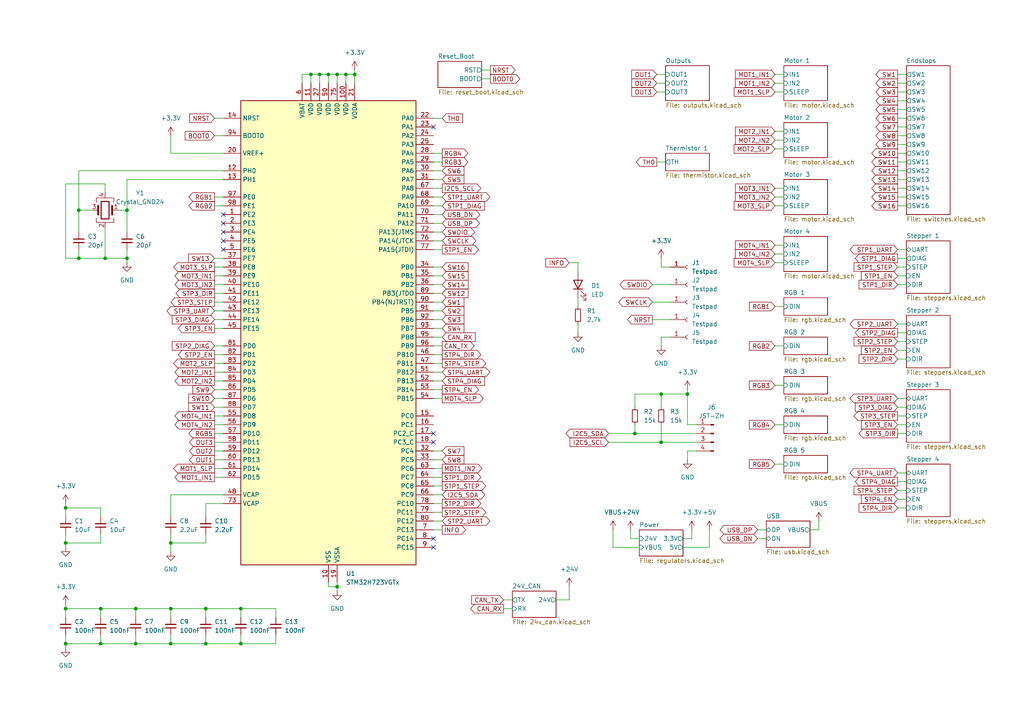
<source format=kicad_sch>
(kicad_sch (version 20250114) (generator "eeschema") (generator_version "9.0")
  (paper "A4")
  (junction (at 30.48 74.93))
  (junction (at 90.17 21.59))
  (junction (at 19.05 186.69))
  (junction (at 36.83 60.96))
  (junction (at 59.69 176.53))
  (junction (at 49.53 176.53))
  (junction (at 22.86 60.96))
  (junction (at 97.79 170.18))
  (junction (at 69.85 186.69))
  (junction (at 95.25 21.59))
  (junction (at 69.85 176.53))
  (junction (at 36.83 74.93))
  (junction (at 19.05 176.53))
  (junction (at 191.77 128.27))
  (junction (at 59.69 186.69))
  (junction (at 100.33 21.59))
  (junction (at 199.39 114.3))
  (junction (at 97.79 21.59))
  (junction (at 19.05 147.32))
  (junction (at 39.37 186.69))
  (junction (at 102.87 21.59))
  (junction (at 49.53 157.48))
  (junction (at 29.21 176.53))
  (junction (at 19.05 157.48))
  (junction (at 22.86 74.93))
  (junction (at 191.77 114.3))
  (junction (at 39.37 176.53))
  (junction (at 29.21 186.69))
  (junction (at 49.53 186.69))
  (junction (at 184.15 125.73))
  (junction (at 92.71 21.59))
  (no_connect (at 64.77 67.31))
  (no_connect (at 64.77 69.85))
  (no_connect (at 125.73 125.73))
  (no_connect (at 125.73 128.27))
  (no_connect (at 125.73 158.75))
  (no_connect (at 64.77 64.77))
  (no_connect (at 125.73 36.83))
  (no_connect (at 125.73 156.21))
  (no_connect (at 64.77 62.23))
  (no_connect (at 64.77 72.39))
  (wire (pts (xy 62.23 107.95) (xy 64.77 107.95)))
  (wire (pts (xy 260.35 29.21) (xy 262.89 29.21)))
  (wire (pts (xy 19.05 74.93) (xy 22.86 74.93)))
  (wire (pts (xy 49.53 184.15) (xy 49.53 186.69)))
  (wire (pts (xy 102.87 20.32) (xy 102.87 21.59)))
  (wire (pts (xy 62.23 115.57) (xy 64.77 115.57)))
  (wire (pts (xy 59.69 157.48) (xy 49.53 157.48)))
  (wire (pts (xy 260.35 99.06) (xy 262.89 99.06)))
  (wire (pts (xy 260.35 80.01) (xy 262.89 80.01)))
  (wire (pts (xy 260.35 52.07) (xy 262.89 52.07)))
  (wire (pts (xy 224.79 26.67) (xy 227.33 26.67)))
  (wire (pts (xy 62.23 39.37) (xy 64.77 39.37)))
  (wire (pts (xy 224.79 40.64) (xy 227.33 40.64)))
  (wire (pts (xy 49.53 39.37) (xy 49.53 44.45)))
  (wire (pts (xy 30.48 53.34) (xy 19.05 53.34)))
  (wire (pts (xy 167.64 78.74) (xy 167.64 76.2)))
  (wire (pts (xy 125.73 46.99) (xy 128.27 46.99)))
  (wire (pts (xy 64.77 143.51) (xy 49.53 143.51)))
  (wire (pts (xy 161.29 173.99) (xy 165.1 173.99)))
  (wire (pts (xy 182.88 156.21) (xy 182.88 153.67)))
  (wire (pts (xy 62.23 57.15) (xy 64.77 57.15)))
  (wire (pts (xy 260.35 115.57) (xy 262.89 115.57)))
  (wire (pts (xy 59.69 154.94) (xy 59.69 157.48)))
  (wire (pts (xy 62.23 34.29) (xy 64.77 34.29)))
  (wire (pts (xy 139.7 20.32) (xy 142.24 20.32)))
  (wire (pts (xy 125.73 69.85) (xy 128.27 69.85)))
  (wire (pts (xy 260.35 44.45) (xy 262.89 44.45)))
  (wire (pts (xy 191.77 123.19) (xy 191.77 128.27)))
  (wire (pts (xy 191.77 97.79) (xy 194.31 97.79)))
  (wire (pts (xy 260.35 24.13) (xy 262.89 24.13)))
  (wire (pts (xy 125.73 100.33) (xy 128.27 100.33)))
  (wire (pts (xy 125.73 95.25) (xy 128.27 95.25)))
  (wire (pts (xy 224.79 54.61) (xy 227.33 54.61)))
  (wire (pts (xy 191.77 77.47) (xy 194.31 77.47)))
  (wire (pts (xy 49.53 157.48) (xy 49.53 160.02)))
  (wire (pts (xy 260.35 137.16) (xy 262.89 137.16)))
  (wire (pts (xy 184.15 114.3) (xy 191.77 114.3)))
  (wire (pts (xy 165.1 173.99) (xy 165.1 170.18)))
  (wire (pts (xy 125.73 110.49) (xy 128.27 110.49)))
  (wire (pts (xy 62.23 130.81) (xy 64.77 130.81)))
  (wire (pts (xy 59.69 186.69) (xy 69.85 186.69)))
  (wire (pts (xy 22.86 49.53) (xy 22.86 60.96)))
  (wire (pts (xy 125.73 44.45) (xy 128.27 44.45)))
  (wire (pts (xy 39.37 176.53) (xy 39.37 179.07)))
  (wire (pts (xy 199.39 113.03) (xy 199.39 114.3)))
  (wire (pts (xy 125.73 67.31) (xy 128.27 67.31)))
  (wire (pts (xy 95.25 21.59) (xy 97.79 21.59)))
  (wire (pts (xy 39.37 186.69) (xy 49.53 186.69)))
  (wire (pts (xy 49.53 154.94) (xy 49.53 157.48)))
  (wire (pts (xy 167.64 86.36) (xy 167.64 88.9)))
  (wire (pts (xy 39.37 176.53) (xy 29.21 176.53)))
  (wire (pts (xy 260.35 82.55) (xy 262.89 82.55)))
  (wire (pts (xy 191.77 74.93) (xy 191.77 77.47)))
  (wire (pts (xy 62.23 85.09) (xy 64.77 85.09)))
  (wire (pts (xy 80.01 176.53) (xy 80.01 179.07)))
  (wire (pts (xy 219.71 156.21) (xy 222.25 156.21)))
  (wire (pts (xy 191.77 100.33) (xy 191.77 97.79)))
  (wire (pts (xy 59.69 149.86) (xy 59.69 146.05)))
  (wire (pts (xy 39.37 184.15) (xy 39.37 186.69)))
  (wire (pts (xy 139.7 22.86) (xy 142.24 22.86)))
  (wire (pts (xy 29.21 184.15) (xy 29.21 186.69)))
  (wire (pts (xy 62.23 90.17) (xy 64.77 90.17)))
  (wire (pts (xy 92.71 21.59) (xy 92.71 24.13)))
  (wire (pts (xy 59.69 176.53) (xy 49.53 176.53)))
  (wire (pts (xy 69.85 186.69) (xy 80.01 186.69)))
  (wire (pts (xy 22.86 72.39) (xy 22.86 74.93)))
  (wire (pts (xy 19.05 147.32) (xy 19.05 149.86)))
  (wire (pts (xy 125.73 34.29) (xy 128.27 34.29)))
  (wire (pts (xy 19.05 176.53) (xy 19.05 175.26)))
  (wire (pts (xy 69.85 184.15) (xy 69.85 186.69)))
  (wire (pts (xy 62.23 82.55) (xy 64.77 82.55)))
  (wire (pts (xy 260.35 118.11) (xy 262.89 118.11)))
  (wire (pts (xy 184.15 123.19) (xy 184.15 125.73)))
  (wire (pts (xy 49.53 186.69) (xy 59.69 186.69)))
  (wire (pts (xy 19.05 184.15) (xy 19.05 186.69)))
  (wire (pts (xy 125.73 62.23) (xy 128.27 62.23)))
  (wire (pts (xy 36.83 52.07) (xy 36.83 60.96)))
  (wire (pts (xy 191.77 114.3) (xy 191.77 118.11)))
  (wire (pts (xy 102.87 21.59) (xy 102.87 24.13)))
  (wire (pts (xy 200.66 156.21) (xy 200.66 153.67)))
  (wire (pts (xy 87.63 21.59) (xy 90.17 21.59)))
  (wire (pts (xy 62.23 102.87) (xy 64.77 102.87)))
  (wire (pts (xy 190.5 26.67) (xy 193.04 26.67)))
  (wire (pts (xy 184.15 118.11) (xy 184.15 114.3)))
  (wire (pts (xy 30.48 66.04) (xy 30.48 74.93)))
  (wire (pts (xy 177.8 153.67) (xy 177.8 158.75)))
  (wire (pts (xy 125.73 138.43) (xy 128.27 138.43)))
  (wire (pts (xy 36.83 74.93) (xy 36.83 76.2)))
  (wire (pts (xy 62.23 105.41) (xy 64.77 105.41)))
  (wire (pts (xy 29.21 147.32) (xy 19.05 147.32)))
  (wire (pts (xy 62.23 135.89) (xy 64.77 135.89)))
  (wire (pts (xy 36.83 72.39) (xy 36.83 74.93)))
  (wire (pts (xy 224.79 73.66) (xy 227.33 73.66)))
  (wire (pts (xy 59.69 176.53) (xy 59.69 179.07)))
  (wire (pts (xy 62.23 77.47) (xy 64.77 77.47)))
  (wire (pts (xy 205.74 158.75) (xy 205.74 153.67)))
  (wire (pts (xy 97.79 21.59) (xy 100.33 21.59)))
  (wire (pts (xy 198.12 158.75) (xy 205.74 158.75)))
  (wire (pts (xy 125.73 143.51) (xy 128.27 143.51)))
  (wire (pts (xy 260.35 144.78) (xy 262.89 144.78)))
  (wire (pts (xy 125.73 80.01) (xy 128.27 80.01)))
  (wire (pts (xy 125.73 102.87) (xy 128.27 102.87)))
  (wire (pts (xy 62.23 59.69) (xy 64.77 59.69)))
  (wire (pts (xy 260.35 72.39) (xy 262.89 72.39)))
  (wire (pts (xy 260.35 142.24) (xy 262.89 142.24)))
  (wire (pts (xy 80.01 176.53) (xy 69.85 176.53)))
  (wire (pts (xy 59.69 184.15) (xy 59.69 186.69)))
  (wire (pts (xy 234.95 153.67) (xy 237.49 153.67)))
  (wire (pts (xy 260.35 93.98) (xy 262.89 93.98)))
  (wire (pts (xy 125.73 97.79) (xy 128.27 97.79)))
  (wire (pts (xy 19.05 154.94) (xy 19.05 157.48)))
  (wire (pts (xy 224.79 123.19) (xy 227.33 123.19)))
  (wire (pts (xy 198.12 156.21) (xy 200.66 156.21)))
  (wire (pts (xy 176.53 128.27) (xy 191.77 128.27)))
  (wire (pts (xy 19.05 176.53) (xy 19.05 179.07)))
  (wire (pts (xy 69.85 176.53) (xy 59.69 176.53)))
  (wire (pts (xy 260.35 101.6) (xy 262.89 101.6)))
  (wire (pts (xy 62.23 92.71) (xy 64.77 92.71)))
  (wire (pts (xy 95.25 21.59) (xy 95.25 24.13)))
  (wire (pts (xy 224.79 100.33) (xy 227.33 100.33)))
  (wire (pts (xy 19.05 157.48) (xy 19.05 158.75)))
  (wire (pts (xy 125.73 64.77) (xy 128.27 64.77)))
  (wire (pts (xy 260.35 104.14) (xy 262.89 104.14)))
  (wire (pts (xy 260.35 36.83) (xy 262.89 36.83)))
  (wire (pts (xy 125.73 133.35) (xy 128.27 133.35)))
  (wire (pts (xy 125.73 82.55) (xy 128.27 82.55)))
  (wire (pts (xy 224.79 111.76) (xy 227.33 111.76)))
  (wire (pts (xy 22.86 60.96) (xy 26.67 60.96)))
  (wire (pts (xy 176.53 125.73) (xy 184.15 125.73)))
  (wire (pts (xy 125.73 115.57) (xy 128.27 115.57)))
  (wire (pts (xy 125.73 52.07) (xy 128.27 52.07)))
  (wire (pts (xy 49.53 44.45) (xy 64.77 44.45)))
  (wire (pts (xy 62.23 133.35) (xy 64.77 133.35)))
  (wire (pts (xy 90.17 21.59) (xy 90.17 24.13)))
  (wire (pts (xy 62.23 110.49) (xy 64.77 110.49)))
  (wire (pts (xy 95.25 168.91) (xy 95.25 170.18)))
  (wire (pts (xy 49.53 176.53) (xy 49.53 179.07)))
  (wire (pts (xy 29.21 186.69) (xy 39.37 186.69)))
  (wire (pts (xy 125.73 113.03) (xy 128.27 113.03)))
  (wire (pts (xy 62.23 80.01) (xy 64.77 80.01)))
  (wire (pts (xy 64.77 52.07) (xy 36.83 52.07)))
  (wire (pts (xy 224.79 24.13) (xy 227.33 24.13)))
  (wire (pts (xy 125.73 87.63) (xy 128.27 87.63)))
  (wire (pts (xy 260.35 77.47) (xy 262.89 77.47)))
  (wire (pts (xy 34.29 60.96) (xy 36.83 60.96)))
  (wire (pts (xy 260.35 21.59) (xy 262.89 21.59)))
  (wire (pts (xy 260.35 74.93) (xy 262.89 74.93)))
  (wire (pts (xy 100.33 21.59) (xy 102.87 21.59)))
  (wire (pts (xy 199.39 114.3) (xy 199.39 123.19)))
  (wire (pts (xy 29.21 176.53) (xy 29.21 179.07)))
  (wire (pts (xy 189.23 87.63) (xy 194.31 87.63)))
  (wire (pts (xy 62.23 74.93) (xy 64.77 74.93)))
  (wire (pts (xy 19.05 186.69) (xy 29.21 186.69)))
  (wire (pts (xy 100.33 21.59) (xy 100.33 24.13)))
  (wire (pts (xy 62.23 128.27) (xy 64.77 128.27)))
  (wire (pts (xy 49.53 143.51) (xy 49.53 149.86)))
  (wire (pts (xy 125.73 77.47) (xy 128.27 77.47)))
  (wire (pts (xy 97.79 21.59) (xy 97.79 24.13)))
  (wire (pts (xy 190.5 46.99) (xy 193.04 46.99)))
  (wire (pts (xy 92.71 21.59) (xy 95.25 21.59)))
  (wire (pts (xy 224.79 134.62) (xy 227.33 134.62)))
  (wire (pts (xy 260.35 120.65) (xy 262.89 120.65)))
  (wire (pts (xy 62.23 125.73) (xy 64.77 125.73)))
  (wire (pts (xy 224.79 76.2) (xy 227.33 76.2)))
  (wire (pts (xy 260.35 57.15) (xy 262.89 57.15)))
  (wire (pts (xy 22.86 74.93) (xy 30.48 74.93)))
  (wire (pts (xy 64.77 49.53) (xy 22.86 49.53)))
  (wire (pts (xy 19.05 186.69) (xy 19.05 187.96)))
  (wire (pts (xy 190.5 21.59) (xy 193.04 21.59)))
  (wire (pts (xy 62.23 118.11) (xy 64.77 118.11)))
  (wire (pts (xy 237.49 153.67) (xy 237.49 151.13)))
  (wire (pts (xy 29.21 149.86) (xy 29.21 147.32)))
  (wire (pts (xy 260.35 34.29) (xy 262.89 34.29)))
  (wire (pts (xy 62.23 100.33) (xy 64.77 100.33)))
  (wire (pts (xy 22.86 60.96) (xy 22.86 67.31)))
  (wire (pts (xy 189.23 92.71) (xy 194.31 92.71)))
  (wire (pts (xy 125.73 153.67) (xy 128.27 153.67)))
  (wire (pts (xy 260.35 96.52) (xy 262.89 96.52)))
  (wire (pts (xy 125.73 140.97) (xy 128.27 140.97)))
  (wire (pts (xy 62.23 123.19) (xy 64.77 123.19)))
  (wire (pts (xy 87.63 24.13) (xy 87.63 21.59)))
  (wire (pts (xy 49.53 176.53) (xy 39.37 176.53)))
  (wire (pts (xy 190.5 24.13) (xy 193.04 24.13)))
  (wire (pts (xy 260.35 41.91) (xy 262.89 41.91)))
  (wire (pts (xy 19.05 157.48) (xy 29.21 157.48)))
  (wire (pts (xy 62.23 113.03) (xy 64.77 113.03)))
  (wire (pts (xy 62.23 138.43) (xy 64.77 138.43)))
  (wire (pts (xy 125.73 59.69) (xy 128.27 59.69)))
  (wire (pts (xy 125.73 90.17) (xy 128.27 90.17)))
  (wire (pts (xy 125.73 49.53) (xy 128.27 49.53)))
  (wire (pts (xy 36.83 60.96) (xy 36.83 67.31)))
  (wire (pts (xy 19.05 53.34) (xy 19.05 74.93)))
  (wire (pts (xy 177.8 158.75) (xy 185.42 158.75)))
  (wire (pts (xy 224.79 38.1) (xy 227.33 38.1)))
  (wire (pts (xy 146.05 173.99) (xy 148.59 173.99)))
  (wire (pts (xy 199.39 123.19) (xy 201.93 123.19)))
  (wire (pts (xy 189.23 82.55) (xy 194.31 82.55)))
  (wire (pts (xy 260.35 39.37) (xy 262.89 39.37)))
  (wire (pts (xy 125.73 85.09) (xy 128.27 85.09)))
  (wire (pts (xy 260.35 123.19) (xy 262.89 123.19)))
  (wire (pts (xy 167.64 76.2) (xy 165.1 76.2)))
  (wire (pts (xy 29.21 176.53) (xy 19.05 176.53)))
  (wire (pts (xy 224.79 71.12) (xy 227.33 71.12)))
  (wire (pts (xy 224.79 88.9) (xy 227.33 88.9)))
  (wire (pts (xy 97.79 168.91) (xy 97.79 170.18)))
  (wire (pts (xy 184.15 125.73) (xy 201.93 125.73)))
  (wire (pts (xy 260.35 59.69) (xy 262.89 59.69)))
  (wire (pts (xy 260.35 54.61) (xy 262.89 54.61)))
  (wire (pts (xy 260.35 46.99) (xy 262.89 46.99)))
  (wire (pts (xy 125.73 148.59) (xy 128.27 148.59)))
  (wire (pts (xy 30.48 55.88) (xy 30.48 53.34)))
  (wire (pts (xy 260.35 31.75) (xy 262.89 31.75)))
  (wire (pts (xy 125.73 92.71) (xy 128.27 92.71)))
  (wire (pts (xy 125.73 107.95) (xy 128.27 107.95)))
  (wire (pts (xy 125.73 130.81) (xy 128.27 130.81)))
  (wire (pts (xy 185.42 156.21) (xy 182.88 156.21)))
  (wire (pts (xy 29.21 157.48) (xy 29.21 154.94)))
  (wire (pts (xy 97.79 170.18) (xy 97.79 171.45)))
  (wire (pts (xy 260.35 125.73) (xy 262.89 125.73)))
  (wire (pts (xy 224.79 59.69) (xy 227.33 59.69)))
  (wire (pts (xy 19.05 146.05) (xy 19.05 147.32)))
  (wire (pts (xy 59.69 146.05) (xy 64.77 146.05)))
  (wire (pts (xy 30.48 74.93) (xy 36.83 74.93)))
  (wire (pts (xy 260.35 147.32) (xy 262.89 147.32)))
  (wire (pts (xy 191.77 114.3) (xy 199.39 114.3)))
  (wire (pts (xy 199.39 133.35) (xy 199.39 130.81)))
  (wire (pts (xy 125.73 54.61) (xy 128.27 54.61)))
  (wire (pts (xy 224.79 57.15) (xy 227.33 57.15)))
  (wire (pts (xy 260.35 49.53) (xy 262.89 49.53)))
  (wire (pts (xy 260.35 139.7) (xy 262.89 139.7)))
  (wire (pts (xy 125.73 135.89) (xy 128.27 135.89)))
  (wire (pts (xy 95.25 170.18) (xy 97.79 170.18)))
  (wire (pts (xy 191.77 128.27) (xy 201.93 128.27)))
  (wire (pts (xy 260.35 26.67) (xy 262.89 26.67)))
  (wire (pts (xy 90.17 21.59) (xy 92.71 21.59)))
  (wire (pts (xy 80.01 184.15) (xy 80.01 186.69)))
  (wire (pts (xy 224.79 43.18) (xy 227.33 43.18)))
  (wire (pts (xy 224.79 21.59) (xy 227.33 21.59)))
  (wire (pts (xy 219.71 153.67) (xy 222.25 153.67)))
  (wire (pts (xy 125.73 105.41) (xy 128.27 105.41)))
  (wire (pts (xy 62.23 95.25) (xy 64.77 95.25)))
  (wire (pts (xy 167.64 93.98) (xy 167.64 96.52)))
  (wire (pts (xy 62.23 87.63) (xy 64.77 87.63)))
  (wire (pts (xy 62.23 120.65) (xy 64.77 120.65)))
  (wire (pts (xy 69.85 176.53) (xy 69.85 179.07)))
  (wire (pts (xy 125.73 72.39) (xy 128.27 72.39)))
  (wire (pts (xy 125.73 146.05) (xy 128.27 146.05)))
  (wire (pts (xy 199.39 130.81) (xy 201.93 130.81)))
  (wire (pts (xy 146.05 176.53) (xy 148.59 176.53)))
  (wire (pts (xy 125.73 151.13) (xy 128.27 151.13)))
  (wire (pts (xy 125.73 57.15) (xy 128.27 57.15)))
  (global_label "RGB2" (shape output) (at 62.23 59.69 180) (property "Intersheetrefs" "${INTERSHEET_REFS}" (effects (hide yes))))
  (global_label "RGB5" (shape input) (at 224.79 134.62 180) (property "Intersheetrefs" "${INTERSHEET_REFS}" (effects (hide yes))))
  (global_label "STP3_EN" (shape input) (at 260.35 123.19 180) (property "Intersheetrefs" "${INTERSHEET_REFS}" (effects (hide yes))))
  (global_label "STP4_UART" (shape bidirectional) (at 260.35 137.16 180) (property "Intersheetrefs" "${INTERSHEET_REFS}" (effects (hide yes))))
  (global_label "SW2" (shape output) (at 260.35 24.13 180) (property "Intersheetrefs" "${INTERSHEET_REFS}" (effects (hide yes))))
  (global_label "INFO" (shape output) (at 128.27 153.67 0) (property "Intersheetrefs" "${INTERSHEET_REFS}" (effects (hide yes))))
  (global_label "STP2_DIAG" (shape output) (at 260.35 96.52 180) (property "Intersheetrefs" "${INTERSHEET_REFS}" (effects (hide yes))))
  (global_label "MOT3_IN2" (shape output) (at 62.23 82.55 180) (property "Intersheetrefs" "${INTERSHEET_REFS}" (effects (hide yes))))
  (global_label "STP2_UART" (shape bidirectional) (at 260.35 93.98 180) (property "Intersheetrefs" "${INTERSHEET_REFS}" (effects (hide yes))))
  (global_label "MOT1_IN2" (shape output) (at 128.27 135.89 0) (property "Intersheetrefs" "${INTERSHEET_REFS}" (effects (hide yes))))
  (global_label "SW12" (shape output) (at 260.35 49.53 180) (property "Intersheetrefs" "${INTERSHEET_REFS}" (effects (hide yes))))
  (global_label "STP1_UART" (shape bidirectional) (at 260.35 72.39 180) (property "Intersheetrefs" "${INTERSHEET_REFS}" (effects (hide yes))))
  (global_label "SW14" (shape output) (at 260.35 54.61 180) (property "Intersheetrefs" "${INTERSHEET_REFS}" (effects (hide yes))))
  (global_label "INFO" (shape input) (at 165.1 76.2 180) (property "Intersheetrefs" "${INTERSHEET_REFS}" (effects (hide yes))))
  (global_label "MOT4_IN1" (shape output) (at 62.23 120.65 180) (property "Intersheetrefs" "${INTERSHEET_REFS}" (effects (hide yes))))
  (global_label "SWCLK" (shape bidirectional) (at 189.23 87.63 180) (property "Intersheetrefs" "${INTERSHEET_REFS}" (effects (hide yes))))
  (global_label "STP2_EN" (shape output) (at 62.23 102.87 180) (property "Intersheetrefs" "${INTERSHEET_REFS}" (effects (hide yes))))
  (global_label "STP4_EN" (shape input) (at 260.35 144.78 180) (property "Intersheetrefs" "${INTERSHEET_REFS}" (effects (hide yes))))
  (global_label "STP2_DIR" (shape output) (at 128.27 146.05 0) (property "Intersheetrefs" "${INTERSHEET_REFS}" (effects (hide yes))))
  (global_label "I2C5_SDA" (shape bidirectional) (at 128.27 143.51 0) (property "Intersheetrefs" "${INTERSHEET_REFS}" (effects (hide yes))))
  (global_label "SW9" (shape input) (at 62.23 113.03 180) (property "Intersheetrefs" "${INTERSHEET_REFS}" (effects (hide yes))))
  (global_label "SW16" (shape output) (at 260.35 59.69 180) (property "Intersheetrefs" "${INTERSHEET_REFS}" (effects (hide yes))))
  (global_label "SW7" (shape input) (at 128.27 130.81 0) (property "Intersheetrefs" "${INTERSHEET_REFS}" (effects (hide yes))))
  (global_label "STP3_STEP" (shape output) (at 260.35 120.65 180) (property "Intersheetrefs" "${INTERSHEET_REFS}" (effects (hide yes))))
  (global_label "SW1" (shape output) (at 260.35 21.59 180) (property "Intersheetrefs" "${INTERSHEET_REFS}" (effects (hide yes))))
  (global_label "STP4_DIR" (shape output) (at 128.27 102.87 0) (property "Intersheetrefs" "${INTERSHEET_REFS}" (effects (hide yes))))
  (global_label "SW7" (shape output) (at 260.35 36.83 180) (property "Intersheetrefs" "${INTERSHEET_REFS}" (effects (hide yes))))
  (global_label "CAN_TX" (shape input) (at 146.05 173.99 180) (property "Intersheetrefs" "${INTERSHEET_REFS}" (effects (hide yes))))
  (global_label "STP4_DIR" (shape input) (at 260.35 147.32 180) (property "Intersheetrefs" "${INTERSHEET_REFS}" (effects (hide yes))))
  (global_label "SW14" (shape input) (at 128.27 82.55 0) (property "Intersheetrefs" "${INTERSHEET_REFS}" (effects (hide yes))))
  (global_label "SW8" (shape output) (at 260.35 39.37 180) (property "Intersheetrefs" "${INTERSHEET_REFS}" (effects (hide yes))))
  (global_label "SWCLK" (shape bidirectional) (at 128.27 69.85 0) (property "Intersheetrefs" "${INTERSHEET_REFS}" (effects (hide yes))))
  (global_label "MOT1_IN1" (shape input) (at 224.79 21.59 180) (property "Intersheetrefs" "${INTERSHEET_REFS}" (effects (hide yes))))
  (global_label "BOOT0" (shape output) (at 142.24 22.86 0) (property "Intersheetrefs" "${INTERSHEET_REFS}" (effects (hide yes))))
  (global_label "MOT4_SLP" (shape input) (at 224.79 76.2 180) (property "Intersheetrefs" "${INTERSHEET_REFS}" (effects (hide yes))))
  (global_label "STP3_UART" (shape bidirectional) (at 62.23 90.17 180) (property "Intersheetrefs" "${INTERSHEET_REFS}" (effects (hide yes))))
  (global_label "STP1_DIR" (shape input) (at 260.35 82.55 180) (property "Intersheetrefs" "${INTERSHEET_REFS}" (effects (hide yes))))
  (global_label "OUT2" (shape output) (at 62.23 130.81 180) (property "Intersheetrefs" "${INTERSHEET_REFS}" (effects (hide yes))))
  (global_label "CAN_RX" (shape output) (at 146.05 176.53 180) (property "Intersheetrefs" "${INTERSHEET_REFS}" (effects (hide yes))))
  (global_label "STP1_STEP" (shape input) (at 260.35 77.47 180) (property "Intersheetrefs" "${INTERSHEET_REFS}" (effects (hide yes))))
  (global_label "RGB3" (shape input) (at 224.79 111.76 180) (property "Intersheetrefs" "${INTERSHEET_REFS}" (effects (hide yes))))
  (global_label "STP2_UART" (shape bidirectional) (at 128.27 151.13 0) (property "Intersheetrefs" "${INTERSHEET_REFS}" (effects (hide yes))))
  (global_label "STP3_EN" (shape output) (at 62.23 95.25 180) (property "Intersheetrefs" "${INTERSHEET_REFS}" (effects (hide yes))))
  (global_label "USB_DP" (shape bidirectional) (at 128.27 64.77 0) (property "Intersheetrefs" "${INTERSHEET_REFS}" (effects (hide yes))))
  (global_label "STP1_EN" (shape input) (at 260.35 80.01 180) (property "Intersheetrefs" "${INTERSHEET_REFS}" (effects (hide yes))))
  (global_label "USB_DN" (shape bidirectional) (at 128.27 62.23 0) (property "Intersheetrefs" "${INTERSHEET_REFS}" (effects (hide yes))))
  (global_label "SW11" (shape output) (at 260.35 46.99 180) (property "Intersheetrefs" "${INTERSHEET_REFS}" (effects (hide yes))))
  (global_label "STP1_EN" (shape output) (at 128.27 72.39 0) (property "Intersheetrefs" "${INTERSHEET_REFS}" (effects (hide yes))))
  (global_label "STP4_DIAG" (shape output) (at 260.35 139.7 180) (property "Intersheetrefs" "${INTERSHEET_REFS}" (effects (hide yes))))
  (global_label "MOT3_IN1" (shape output) (at 62.23 80.01 180) (property "Intersheetrefs" "${INTERSHEET_REFS}" (effects (hide yes))))
  (global_label "TH0" (shape output) (at 190.5 46.99 180) (property "Intersheetrefs" "${INTERSHEET_REFS}" (effects (hide yes))))
  (global_label "OUT3" (shape input) (at 190.5 26.67 180) (property "Intersheetrefs" "${INTERSHEET_REFS}" (effects (hide yes))))
  (global_label "SWDIO" (shape bidirectional) (at 128.27 67.31 0) (property "Intersheetrefs" "${INTERSHEET_REFS}" (effects (hide yes))))
  (global_label "STP2_EN" (shape input) (at 260.35 101.6 180) (property "Intersheetrefs" "${INTERSHEET_REFS}" (effects (hide yes))))
  (global_label "STP2_DIAG" (shape input) (at 62.23 100.33 180) (property "Intersheetrefs" "${INTERSHEET_REFS}" (effects (hide yes))))
  (global_label "RGB4" (shape output) (at 128.27 44.45 0) (property "Intersheetrefs" "${INTERSHEET_REFS}" (effects (hide yes))))
  (global_label "SW15" (shape output) (at 260.35 57.15 180) (property "Intersheetrefs" "${INTERSHEET_REFS}" (effects (hide yes))))
  (global_label "MOT4_IN2" (shape output) (at 62.23 123.19 180) (property "Intersheetrefs" "${INTERSHEET_REFS}" (effects (hide yes))))
  (global_label "SW5" (shape input) (at 128.27 52.07 0) (property "Intersheetrefs" "${INTERSHEET_REFS}" (effects (hide yes))))
  (global_label "STP1_STEP" (shape output) (at 128.27 140.97 0) (property "Intersheetrefs" "${INTERSHEET_REFS}" (effects (hide yes))))
  (global_label "SW9" (shape output) (at 260.35 41.91 180) (property "Intersheetrefs" "${INTERSHEET_REFS}" (effects (hide yes))))
  (global_label "STP1_DIR" (shape output) (at 128.27 138.43 0) (property "Intersheetrefs" "${INTERSHEET_REFS}" (effects (hide yes))))
  (global_label "STP4_UART" (shape bidirectional) (at 128.27 107.95 0) (property "Intersheetrefs" "${INTERSHEET_REFS}" (effects (hide yes))))
  (global_label "OUT2" (shape input) (at 190.5 24.13 180) (property "Intersheetrefs" "${INTERSHEET_REFS}" (effects (hide yes))))
  (global_label "USB_DP" (shape bidirectional) (at 219.71 153.67 180) (property "Intersheetrefs" "${INTERSHEET_REFS}" (effects (hide yes))))
  (global_label "SW1" (shape input) (at 128.27 87.63 0) (property "Intersheetrefs" "${INTERSHEET_REFS}" (effects (hide yes))))
  (global_label "SW6" (shape output) (at 260.35 34.29 180) (property "Intersheetrefs" "${INTERSHEET_REFS}" (effects (hide yes))))
  (global_label "MOT3_IN1" (shape input) (at 224.79 54.61 180) (property "Intersheetrefs" "${INTERSHEET_REFS}" (effects (hide yes))))
  (global_label "SW13" (shape input) (at 62.23 74.93 180) (property "Intersheetrefs" "${INTERSHEET_REFS}" (effects (hide yes))))
  (global_label "SW8" (shape input) (at 128.27 133.35 0) (property "Intersheetrefs" "${INTERSHEET_REFS}" (effects (hide yes))))
  (global_label "MOT4_IN2" (shape input) (at 224.79 73.66 180) (property "Intersheetrefs" "${INTERSHEET_REFS}" (effects (hide yes))))
  (global_label "RGB3" (shape output) (at 128.27 46.99 0) (property "Intersheetrefs" "${INTERSHEET_REFS}" (effects (hide yes))))
  (global_label "OUT3" (shape output) (at 62.23 128.27 180) (property "Intersheetrefs" "${INTERSHEET_REFS}" (effects (hide yes))))
  (global_label "MOT1_SLP" (shape output) (at 62.23 135.89 180) (property "Intersheetrefs" "${INTERSHEET_REFS}" (effects (hide yes))))
  (global_label "RGB1" (shape output) (at 62.23 57.15 180) (property "Intersheetrefs" "${INTERSHEET_REFS}" (effects (hide yes))))
  (global_label "I2C5_SCL" (shape output) (at 128.27 54.61 0) (property "Intersheetrefs" "${INTERSHEET_REFS}" (effects (hide yes))))
  (global_label "SW10" (shape output) (at 260.35 44.45 180) (property "Intersheetrefs" "${INTERSHEET_REFS}" (effects (hide yes))))
  (global_label "NRST" (shape output) (at 189.23 92.71 180) (property "Intersheetrefs" "${INTERSHEET_REFS}" (effects (hide yes))))
  (global_label "SW5" (shape output) (at 260.35 31.75 180) (property "Intersheetrefs" "${INTERSHEET_REFS}" (effects (hide yes))))
  (global_label "MOT2_IN1" (shape output) (at 62.23 107.95 180) (property "Intersheetrefs" "${INTERSHEET_REFS}" (effects (hide yes))))
  (global_label "SW13" (shape output) (at 260.35 52.07 180) (property "Intersheetrefs" "${INTERSHEET_REFS}" (effects (hide yes))))
  (global_label "MOT3_SLP" (shape input) (at 224.79 59.69 180) (property "Intersheetrefs" "${INTERSHEET_REFS}" (effects (hide yes))))
  (global_label "STP3_DIR" (shape output) (at 260.35 125.73 180) (property "Intersheetrefs" "${INTERSHEET_REFS}" (effects (hide yes))))
  (global_label "SW4" (shape output) (at 260.35 29.21 180) (property "Intersheetrefs" "${INTERSHEET_REFS}" (effects (hide yes))))
  (global_label "I2C5_SDA" (shape bidirectional) (at 176.53 125.73 180) (property "Intersheetrefs" "${INTERSHEET_REFS}" (effects (hide yes))))
  (global_label "MOT3_SLP" (shape output) (at 62.23 77.47 180) (property "Intersheetrefs" "${INTERSHEET_REFS}" (effects (hide yes))))
  (global_label "I2C5_SCL" (shape input) (at 176.53 128.27 180) (property "Intersheetrefs" "${INTERSHEET_REFS}" (effects (hide yes))))
  (global_label "NRST" (shape input) (at 62.23 34.29 180) (property "Intersheetrefs" "${INTERSHEET_REFS}" (effects (hide yes))))
  (global_label "STP1_DIAG" (shape input) (at 128.27 59.69 0) (property "Intersheetrefs" "${INTERSHEET_REFS}" (effects (hide yes))))
  (global_label "USB_DN" (shape bidirectional) (at 219.71 156.21 180) (property "Intersheetrefs" "${INTERSHEET_REFS}" (effects (hide yes))))
  (global_label "SW4" (shape input) (at 128.27 95.25 0) (property "Intersheetrefs" "${INTERSHEET_REFS}" (effects (hide yes))))
  (global_label "MOT1_IN2" (shape input) (at 224.79 24.13 180) (property "Intersheetrefs" "${INTERSHEET_REFS}" (effects (hide yes))))
  (global_label "STP4_DIAG" (shape input) (at 128.27 110.49 0) (property "Intersheetrefs" "${INTERSHEET_REFS}" (effects (hide yes))))
  (global_label "MOT4_SLP" (shape output) (at 128.27 115.57 0) (property "Intersheetrefs" "${INTERSHEET_REFS}" (effects (hide yes))))
  (global_label "SW10" (shape input) (at 62.23 115.57 180) (property "Intersheetrefs" "${INTERSHEET_REFS}" (effects (hide yes))))
  (global_label "STP2_DIR" (shape input) (at 260.35 104.14 180) (property "Intersheetrefs" "${INTERSHEET_REFS}" (effects (hide yes))))
  (global_label "BOOT0" (shape input) (at 62.23 39.37 180) (property "Intersheetrefs" "${INTERSHEET_REFS}" (effects (hide yes))))
  (global_label "SW2" (shape input) (at 128.27 90.17 0) (property "Intersheetrefs" "${INTERSHEET_REFS}" (effects (hide yes))))
  (global_label "TH0" (shape input) (at 128.27 34.29 0) (property "Intersheetrefs" "${INTERSHEET_REFS}" (effects (hide yes))))
  (global_label "MOT1_IN1" (shape output) (at 62.23 138.43 180) (property "Intersheetrefs" "${INTERSHEET_REFS}" (effects (hide yes))))
  (global_label "CAN_TX" (shape output) (at 128.27 100.33 0) (property "Intersheetrefs" "${INTERSHEET_REFS}" (effects (hide yes))))
  (global_label "CAN_RX" (shape input) (at 128.27 97.79 0) (property "Intersheetrefs" "${INTERSHEET_REFS}" (effects (hide yes))))
  (global_label "SW16" (shape input) (at 128.27 77.47 0) (property "Intersheetrefs" "${INTERSHEET_REFS}" (effects (hide yes))))
  (global_label "STP1_DIAG" (shape output) (at 260.35 74.93 180) (property "Intersheetrefs" "${INTERSHEET_REFS}" (effects (hide yes))))
  (global_label "SW15" (shape input) (at 128.27 80.01 0) (property "Intersheetrefs" "${INTERSHEET_REFS}" (effects (hide yes))))
  (global_label "STP3_STEP" (shape output) (at 62.23 87.63 180) (property "Intersheetrefs" "${INTERSHEET_REFS}" (effects (hide yes))))
  (global_label "RGB4" (shape input) (at 224.79 123.19 180) (property "Intersheetrefs" "${INTERSHEET_REFS}" (effects (hide yes))))
  (global_label "STP3_DIR" (shape output) (at 62.23 85.09 180) (property "Intersheetrefs" "${INTERSHEET_REFS}" (effects (hide yes))))
  (global_label "STP4_STEP" (shape input) (at 260.35 142.24 180) (property "Intersheetrefs" "${INTERSHEET_REFS}" (effects (hide yes))))
  (global_label "MOT2_IN1" (shape input) (at 224.79 38.1 180) (property "Intersheetrefs" "${INTERSHEET_REFS}" (effects (hide yes))))
  (global_label "MOT2_IN2" (shape output) (at 62.23 110.49 180) (property "Intersheetrefs" "${INTERSHEET_REFS}" (effects (hide yes))))
  (global_label "OUT1" (shape output) (at 62.23 133.35 180) (property "Intersheetrefs" "${INTERSHEET_REFS}" (effects (hide yes))))
  (global_label "STP3_UART" (shape bidirectional) (at 260.35 115.57 180) (property "Intersheetrefs" "${INTERSHEET_REFS}" (effects (hide yes))))
  (global_label "SW11" (shape input) (at 62.23 118.11 180) (property "Intersheetrefs" "${INTERSHEET_REFS}" (effects (hide yes))))
  (global_label "STP4_EN" (shape output) (at 128.27 113.03 0) (property "Intersheetrefs" "${INTERSHEET_REFS}" (effects (hide yes))))
  (global_label "STP1_UART" (shape bidirectional) (at 128.27 57.15 0) (property "Intersheetrefs" "${INTERSHEET_REFS}" (effects (hide yes))))
  (global_label "STP4_STEP" (shape output) (at 128.27 105.41 0) (property "Intersheetrefs" "${INTERSHEET_REFS}" (effects (hide yes))))
  (global_label "NRST" (shape output) (at 142.24 20.32 0) (property "Intersheetrefs" "${INTERSHEET_REFS}" (effects (hide yes))))
  (global_label "SW6" (shape input) (at 128.27 49.53 0) (property "Intersheetrefs" "${INTERSHEET_REFS}" (effects (hide yes))))
  (global_label "SWDIO" (shape bidirectional) (at 189.23 82.55 180) (property "Intersheetrefs" "${INTERSHEET_REFS}" (effects (hide yes))))
  (global_label "OUT1" (shape input) (at 190.5 21.59 180) (property "Intersheetrefs" "${INTERSHEET_REFS}" (effects (hide yes))))
  (global_label "STP3_DIAG" (shape input) (at 260.35 118.11 180) (property "Intersheetrefs" "${INTERSHEET_REFS}" (effects (hide yes))))
  (global_label "RGB2" (shape input) (at 224.79 100.33 180) (property "Intersheetrefs" "${INTERSHEET_REFS}" (effects (hide yes))))
  (global_label "STP2_STEP" (shape output) (at 128.27 148.59 0) (property "Intersheetrefs" "${INTERSHEET_REFS}" (effects (hide yes))))
  (global_label "MOT2_SLP" (shape output) (at 62.23 105.41 180) (property "Intersheetrefs" "${INTERSHEET_REFS}" (effects (hide yes))))
  (global_label "STP2_STEP" (shape input) (at 260.35 99.06 180) (property "Intersheetrefs" "${INTERSHEET_REFS}" (effects (hide yes))))
  (global_label "SW3" (shape output) (at 260.35 26.67 180) (property "Intersheetrefs" "${INTERSHEET_REFS}" (effects (hide yes))))
  (global_label "MOT1_SLP" (shape input) (at 224.79 26.67 180) (property "Intersheetrefs" "${INTERSHEET_REFS}" (effects (hide yes))))
  (global_label "SW3" (shape input) (at 128.27 92.71 0) (property "Intersheetrefs" "${INTERSHEET_REFS}" (effects (hide yes))))
  (global_label "MOT2_IN2" (shape input) (at 224.79 40.64 180) (property "Intersheetrefs" "${INTERSHEET_REFS}" (effects (hide yes))))
  (global_label "MOT4_IN1" (shape input) (at 224.79 71.12 180) (property "Intersheetrefs" "${INTERSHEET_REFS}" (effects (hide yes))))
  (global_label "SW12" (shape input) (at 128.27 85.09 0) (property "Intersheetrefs" "${INTERSHEET_REFS}" (effects (hide yes))))
  (global_label "RGB1" (shape input) (at 224.79 88.9 180) (property "Intersheetrefs" "${INTERSHEET_REFS}" (effects (hide yes))))
  (global_label "STP3_DIAG" (shape input) (at 62.23 92.71 180) (property "Intersheetrefs" "${INTERSHEET_REFS}" (effects (hide yes))))
  (global_label "MOT2_SLP" (shape input) (at 224.79 43.18 180) (property "Intersheetrefs" "${INTERSHEET_REFS}" (effects (hide yes))))
  (global_label "RGB5" (shape output) (at 62.23 125.73 180) (property "Intersheetrefs" "${INTERSHEET_REFS}" (effects (hide yes))))
  (global_label "MOT3_IN2" (shape input) (at 224.79 57.15 180) (property "Intersheetrefs" "${INTERSHEET_REFS}" (effects (hide yes))))
  (symbol (lib_id "Connector:Conn_01x01_Socket") (at 199.39 82.55 0) (unit 1)
    (property "Reference" "J2" (at 200.66 81.28 0) (effects (justify left)))
    (property "Value" "Testpad" (at 200.66 83.82 0) (effects (justify left)))
    (property "Footprint" "TestPoint:TestPoint_THTPad_D1.0mm_Drill0.5mm" (effects (hide yes)))
    (property "Description" "Generic connector, single row, 01x01, script generated" (effects (hide yes)))
  )
  (symbol (lib_id "power:GND") (at 19.05 187.96 0) (unit 1)
    (property "Reference" "#PWR04" (effects (hide yes)))
    (property "Value" "GND" (at 19.05 193.04 0))
    (property "Description" "Power symbol creates a global label with name \"GND\" , ground" (effects (hide yes)))
  )
  (symbol (lib_id "power:+3.3V") (at 49.53 39.37 0) (unit 1)
    (property "Reference" "#PWR06" (effects (hide yes)))
    (property "Value" "+3.3V" (at 49.53 34.29 0))
    (property "Description" "Power symbol creates a global label with name \"+3.3V\"" (effects (hide yes)))
  )
  (symbol (lib_id "Device:C_Small") (at 39.37 181.61 180) (unit 1)
    (property "Reference" "C7" (at 41.91 180.3336 0) (effects (justify right)))
    (property "Value" "100nF" (at 41.91 182.8736 0) (effects (justify right)))
    (property "Footprint" "Capacitor_SMD:C_0603_1608Metric" (effects (hide yes)))
    (property "Description" "Unpolarized capacitor, small symbol" (effects (hide yes)))
  )
  (symbol (lib_id "MCU_ST_STM32H7:STM32H723VGTx") (at 95.25 97.79 0) (unit 1)
    (property "Reference" "U1" (at 100.3318 166.37 0) (effects (justify left)))
    (property "Value" "STM32H723VGTx" (at 100.3318 168.91 0) (effects (justify left)))
    (property "Footprint" "Package_QFP:LQFP-100_14x14mm_P0.5mm" (effects (hide yes)))
    (property "Datasheet" "https://www.st.com/resource/en/datasheet/stm32h723vg.pdf" (effects (hide yes)))
    (property "Description" "STMicroelectronics Arm Cortex-M7 MCU, 1024KB flash, 564KB RAM, 550 MHz, 1.71-3.6V, 82 GPIO, LQFP100" (effects (hide yes)))
  )
  (symbol (lib_id "power:+3.3V") (at 199.39 113.03 0) (unit 1)
    (property "Reference" "#PWR016" (effects (hide yes)))
    (property "Value" "+3.3V" (at 199.39 107.95 0))
    (property "Description" "Power symbol creates a global label with name \"+3.3V\"" (effects (hide yes)))
  )
  (symbol (lib_id "Device:C_Small") (at 22.86 69.85 0) (unit 1)
    (property "Reference" "C3" (at 25.4 68.5862 0) (effects (justify left)))
    (property "Value" "20pF" (at 25.4 71.1262 0) (effects (justify left)))
    (property "Footprint" "Capacitor_SMD:C_0603_1608Metric" (effects (hide yes)))
    (property "Description" "Unpolarized capacitor, small symbol" (effects (hide yes)))
  )
  (symbol (lib_id "power:GND") (at 49.53 160.02 0) (unit 1)
    (property "Reference" "#PWR07" (effects (hide yes)))
    (property "Value" "GND" (at 49.53 165.1 0))
    (property "Description" "Power symbol creates a global label with name \"GND\" , ground" (effects (hide yes)))
  )
  (symbol (lib_id "power:+3.3V") (at 102.87 20.32 0) (unit 1)
    (property "Reference" "#PWR09" (effects (hide yes)))
    (property "Value" "+3.3V" (at 102.87 15.24 0))
    (property "Description" "Power symbol creates a global label with name \"+3.3V\"" (effects (hide yes)))
  )
  (symbol (lib_id "power:GND") (at 36.83 76.2 0) (unit 1)
    (property "Reference" "#PWR05" (effects (hide yes)))
    (property "Value" "GND" (at 36.83 81.28 0))
    (property "Description" "Power symbol creates a global label with name \"GND\" , ground" (effects (hide yes)))
  )
  (symbol (lib_id "Connector:Conn_01x01_Socket") (at 199.39 92.71 0) (unit 1)
    (property "Reference" "J4" (at 200.66 91.44 0) (effects (justify left)))
    (property "Value" "Testpad" (at 200.66 93.98 0) (effects (justify left)))
    (property "Footprint" "TestPoint:TestPoint_THTPad_D1.0mm_Drill0.5mm" (effects (hide yes)))
    (property "Description" "Generic connector, single row, 01x01, script generated" (effects (hide yes)))
  )
  (symbol (lib_id "Device:C_Small") (at 80.01 181.61 180) (unit 1)
    (property "Reference" "C13" (at 82.55 180.3336 0) (effects (justify right)))
    (property "Value" "100nF" (at 82.55 182.8736 0) (effects (justify right)))
    (property "Footprint" "Capacitor_SMD:C_0603_1608Metric" (effects (hide yes)))
    (property "Description" "Unpolarized capacitor, small symbol" (effects (hide yes)))
  )
  (symbol (lib_id "Device:C_Small") (at 59.69 181.61 180) (unit 1)
    (property "Reference" "C11" (at 62.23 180.3336 0) (effects (justify right)))
    (property "Value" "100nF" (at 62.23 182.8736 0) (effects (justify right)))
    (property "Footprint" "Capacitor_SMD:C_0603_1608Metric" (effects (hide yes)))
    (property "Description" "Unpolarized capacitor, small symbol" (effects (hide yes)))
  )
  (symbol (lib_id "power:+5V") (at 205.74 153.67 0) (unit 1)
    (property "Reference" "#PWR019" (effects (hide yes)))
    (property "Value" "+5V" (at 205.74 148.59 0))
    (property "Description" "Power symbol creates a global label with name \"+5V\"" (effects (hide yes)))
  )
  (symbol (lib_id "Device:C_Small") (at 69.85 181.61 180) (unit 1)
    (property "Reference" "C12" (at 72.39 180.3336 0) (effects (justify right)))
    (property "Value" "100nF" (at 72.39 182.8736 0) (effects (justify right)))
    (property "Footprint" "Capacitor_SMD:C_0603_1608Metric" (effects (hide yes)))
    (property "Description" "Unpolarized capacitor, small symbol" (effects (hide yes)))
  )
  (symbol (lib_id "Connector:Conn_01x01_Socket") (at 199.39 87.63 0) (unit 1)
    (property "Reference" "J3" (at 200.66 86.36 0) (effects (justify left)))
    (property "Value" "Testpad" (at 200.66 88.9 0) (effects (justify left)))
    (property "Footprint" "TestPoint:TestPoint_THTPad_D1.0mm_Drill0.5mm" (effects (hide yes)))
    (property "Description" "Generic connector, single row, 01x01, script generated" (effects (hide yes)))
  )
  (symbol (lib_id "Device:C_Small") (at 19.05 152.4 180) (unit 1)
    (property "Reference" "C1" (at 21.59 151.1236 0) (effects (justify right)))
    (property "Value" "10uF" (at 21.59 153.6636 0) (effects (justify right)))
    (property "Footprint" "Capacitor_SMD:C_0603_1608Metric" (effects (hide yes)))
    (property "Description" "Unpolarized capacitor, small symbol" (effects (hide yes)))
  )
  (symbol (lib_id "Device:C_Small") (at 36.83 69.85 0) (unit 1)
    (property "Reference" "C6" (at 39.37 68.5862 0) (effects (justify left)))
    (property "Value" "20pF" (at 39.37 71.1262 0) (effects (justify left)))
    (property "Footprint" "Capacitor_SMD:C_0603_1608Metric" (effects (hide yes)))
    (property "Description" "Unpolarized capacitor, small symbol" (effects (hide yes)))
  )
  (symbol (lib_id "Device:C_Small") (at 59.69 152.4 180) (unit 1)
    (property "Reference" "C10" (at 62.23 151.1236 0) (effects (justify right)))
    (property "Value" "2.2uF" (at 62.23 153.6636 0) (effects (justify right)))
    (property "Footprint" "Capacitor_SMD:C_0603_1608Metric" (effects (hide yes)))
    (property "Description" "Unpolarized capacitor, small symbol" (effects (hide yes)))
  )
  (symbol (lib_id "Device:LED") (at 167.64 82.55 90) (unit 1)
    (property "Reference" "D1" (at 171.45 82.8675 90) (effects (justify right)))
    (property "Value" "LED" (at 171.45 85.4075 90) (effects (justify right)))
    (property "Footprint" "LED_SMD:LED_0603_1608Metric" (effects (hide yes)))
    (property "Description" "Light emitting diode" (effects (hide yes)))
  )
  (symbol (lib_id "power:VBUS") (at 237.49 151.13 0) (unit 1)
    (property "Reference" "#PWR020" (effects (hide yes)))
    (property "Value" "VBUS" (at 237.49 146.05 0))
    (property "Description" "Power symbol creates a global label with name \"VBUS\"" (effects (hide yes)))
  )
  (symbol (lib_id "power:+24V") (at 165.1 170.18 0) (unit 1)
    (property "Reference" "#PWR010" (effects (hide yes)))
    (property "Value" "+24V" (at 165.1 165.1 0))
    (property "Description" "Power symbol creates a global label with name \"+24V\"" (effects (hide yes)))
  )
  (symbol (lib_id "power:+3.3V") (at 19.05 175.26 0) (unit 1)
    (property "Reference" "#PWR03" (effects (hide yes)))
    (property "Value" "+3.3V" (at 19.05 170.18 0))
    (property "Description" "Power symbol creates a global label with name \"+3.3V\"" (effects (hide yes)))
  )
  (symbol (lib_id "Device:C_Small") (at 29.21 152.4 180) (unit 1)
    (property "Reference" "C4" (at 31.75 151.1236 0) (effects (justify right)))
    (property "Value" "10uF" (at 31.75 153.6636 0) (effects (justify right)))
    (property "Footprint" "Capacitor_SMD:C_0603_1608Metric" (effects (hide yes)))
    (property "Description" "Unpolarized capacitor, small symbol" (effects (hide yes)))
  )
  (symbol (lib_id "Device:R_Small") (at 167.64 91.44 180) (unit 1)
    (property "Reference" "R1" (at 170.18 90.1699 0) (effects (justify right)))
    (property "Value" "2.7k" (at 170.18 92.7099 0) (effects (justify right)))
    (property "Footprint" "Resistor_SMD:R_0603_1608Metric" (effects (hide yes)))
    (property "Description" "Resistor, small symbol" (effects (hide yes)))
  )
  (symbol (lib_id "power:+3.3V") (at 19.05 146.05 0) (unit 1)
    (property "Reference" "#PWR01" (effects (hide yes)))
    (property "Value" "+3.3V" (at 19.05 140.97 0))
    (property "Description" "Power symbol creates a global label with name \"+3.3V\"" (effects (hide yes)))
  )
  (symbol (lib_id "Connector:Conn_01x01_Socket") (at 199.39 77.47 0) (unit 1)
    (property "Reference" "J1" (at 200.66 76.2 0) (effects (justify left)))
    (property "Value" "Testpad" (at 200.66 78.74 0) (effects (justify left)))
    (property "Footprint" "TestPoint:TestPoint_THTPad_D1.0mm_Drill0.5mm" (effects (hide yes)))
    (property "Description" "Generic connector, single row, 01x01, script generated" (effects (hide yes)))
  )
  (symbol (lib_id "power:GND") (at 199.39 133.35 0) (unit 1)
    (property "Reference" "#PWR017" (effects (hide yes)))
    (property "Value" "GND" (at 199.39 138.43 0))
    (property "Description" "Power symbol creates a global label with name \"GND\" , ground" (effects (hide yes)))
  )
  (symbol (lib_id "Device:C_Small") (at 49.53 152.4 180) (unit 1)
    (property "Reference" "C8" (at 52.07 151.1236 0) (effects (justify right)))
    (property "Value" "2.2uF" (at 52.07 153.6636 0) (effects (justify right)))
    (property "Footprint" "Capacitor_SMD:C_0603_1608Metric" (effects (hide yes)))
    (property "Description" "Unpolarized capacitor, small symbol" (effects (hide yes)))
  )
  (symbol (lib_id "power:GND") (at 167.64 96.52 0) (unit 1)
    (property "Reference" "#PWR011" (effects (hide yes)))
    (property "Value" "GND" (at 167.64 101.6 0))
    (property "Description" "Power symbol creates a global label with name \"GND\" , ground" (effects (hide yes)))
  )
  (symbol (lib_id "power:GND") (at 97.79 171.45 0) (unit 1)
    (property "Reference" "#PWR08" (effects (hide yes)))
    (property "Value" "GND" (at 97.79 176.53 0))
    (property "Description" "Power symbol creates a global label with name \"GND\" , ground" (effects (hide yes)))
  )
  (symbol (lib_id "power:+3.3V") (at 191.77 74.93 0) (unit 1)
    (property "Reference" "#PWR014" (effects (hide yes)))
    (property "Value" "+3.3V" (at 191.77 69.85 0))
    (property "Description" "Power symbol creates a global label with name \"+3.3V\"" (effects (hide yes)))
  )
  (symbol (lib_id "power:VBUS") (at 177.8 153.67 0) (unit 1)
    (property "Reference" "#PWR012" (effects (hide yes)))
    (property "Value" "VBUS" (at 177.8 148.59 0))
    (property "Description" "Power symbol creates a global label with name \"VBUS\"" (effects (hide yes)))
  )
  (symbol (lib_id "power:+24V") (at 182.88 153.67 0) (unit 1)
    (property "Reference" "#PWR013" (effects (hide yes)))
    (property "Value" "+24V" (at 182.88 148.59 0))
    (property "Description" "Power symbol creates a global label with name \"+24V\"" (effects (hide yes)))
  )
  (symbol (lib_id "Device:C_Small") (at 29.21 181.61 180) (unit 1)
    (property "Reference" "C5" (at 31.75 180.3336 0) (effects (justify right)))
    (property "Value" "100nF" (at 31.75 182.8736 0) (effects (justify right)))
    (property "Footprint" "Capacitor_SMD:C_0603_1608Metric" (effects (hide yes)))
    (property "Description" "Unpolarized capacitor, small symbol" (effects (hide yes)))
  )
  (symbol (lib_id "power:GND") (at 19.05 158.75 0) (unit 1)
    (property "Reference" "#PWR02" (effects (hide yes)))
    (property "Value" "GND" (at 19.05 163.83 0))
    (property "Description" "Power symbol creates a global label with name \"GND\" , ground" (effects (hide yes)))
  )
  (symbol (lib_id "Device:R_Small") (at 184.15 120.65 180) (unit 1)
    (property "Reference" "R2" (at 186.69 119.38 0) (effects (justify right)))
    (property "Value" "15k" (at 186.69 121.92 0) (effects (justify right)))
    (property "Footprint" "Resistor_SMD:R_0603_1608Metric" (effects (hide yes)))
    (property "Description" "Resistor, small symbol" (effects (hide yes)))
  )
  (symbol (lib_id "Device:C_Small") (at 49.53 181.61 180) (unit 1)
    (property "Reference" "C9" (at 52.07 180.3336 0) (effects (justify right)))
    (property "Value" "100nF" (at 52.07 182.8736 0) (effects (justify right)))
    (property "Footprint" "Capacitor_SMD:C_0603_1608Metric" (effects (hide yes)))
    (property "Description" "Unpolarized capacitor, small symbol" (effects (hide yes)))
  )
  (symbol (lib_id "Device:Crystal_GND24") (at 30.48 60.96 180) (unit 1)
    (property "Reference" "Y1" (at 40.64 56.0069 0))
    (property "Value" "Crystal_GND24" (at 40.64 58.5469 0))
    (property "Footprint" "Crystal:Crystal_SMD_3225-4Pin_3.2x2.5mm" (effects (hide yes)))
    (property "Description" "Four pin crystal, GND on pins 2 and 4" (effects (hide yes)))
  )
  (symbol (lib_id "Device:C_Small") (at 19.05 181.61 180) (unit 1)
    (property "Reference" "C2" (at 21.59 180.3336 0) (effects (justify right)))
    (property "Value" "100nF" (at 21.59 182.8736 0) (effects (justify right)))
    (property "Footprint" "Capacitor_SMD:C_0603_1608Metric" (effects (hide yes)))
    (property "Description" "Unpolarized capacitor, small symbol" (effects (hide yes)))
  )
  (symbol (lib_id "power:GND") (at 191.77 100.33 0) (unit 1)
    (property "Reference" "#PWR015" (effects (hide yes)))
    (property "Value" "GND" (at 191.77 105.41 0))
    (property "Description" "Power symbol creates a global label with name \"GND\" , ground" (effects (hide yes)))
  )
  (symbol (lib_id "Connector:Conn_01x01_Socket") (at 199.39 97.79 0) (unit 1)
    (property "Reference" "J5" (at 200.66 96.52 0) (effects (justify left)))
    (property "Value" "Testpad" (at 200.66 99.06 0) (effects (justify left)))
    (property "Footprint" "TestPoint:TestPoint_THTPad_D1.0mm_Drill0.5mm" (effects (hide yes)))
    (property "Description" "Generic connector, single row, 01x01, script generated" (effects (hide yes)))
  )
  (symbol (lib_id "Connector:Conn_01x04_Pin") (at 207.01 125.73 0) (mirror y) (unit 1)
    (property "Reference" "J6" (at 206.375 118.11 0))
    (property "Value" "JST-ZH" (at 206.375 120.65 0))
    (property "Footprint" "Connector_JST:JST_ZH_B4B-ZR_1x04_P1.50mm_Vertical" (effects (hide yes)))
    (property "Description" "Generic connector, single row, 01x04, script generated" (effects (hide yes)))
  )
  (symbol (lib_id "power:+3.3V") (at 200.66 153.67 0) (unit 1)
    (property "Reference" "#PWR018" (effects (hide yes)))
    (property "Value" "+3.3V" (at 200.66 148.59 0))
    (property "Description" "Power symbol creates a global label with name \"+3.3V\"" (effects (hide yes)))
  )
  (symbol (lib_id "Device:R_Small") (at 191.77 120.65 180) (unit 1)
    (property "Reference" "R3" (at 194.31 119.38 0) (effects (justify right)))
    (property "Value" "15k" (at 194.31 121.92 0) (effects (justify right)))
    (property "Footprint" "Resistor_SMD:R_0603_1608Metric" (effects (hide yes)))
    (property "Description" "Resistor, small symbol" (effects (hide yes)))
  )
  (sheet (at 193.04 19.05) (size 12.7 10.16) (stroke (width 0.1524))
    (property "Sheetname" "Outputs" (at 193.04 18.3384 0) (effects (justify left bottom)))
    (property "Sheetfile" "outputs.kicad_sch" (at 193.04 29.7946 0) (effects (justify left top)))
    (pin "OUT1" input (at 193.04 21.59 180))
    (pin "OUT2" input (at 193.04 24.13 180))
    (pin "OUT3" input (at 193.04 26.67 180))
  )
  (sheet (at 227.33 109.22) (size 12.7 5.08) (stroke (width 0.1524))
    (property "Sheetname" "RGB 3" (at 227.33 108.5084 0) (effects (justify left bottom)))
    (property "Sheetfile" "rgb.kicad_sch" (at 227.33 114.8846 0) (effects (justify left top)))
    (pin "DIN" input (at 227.33 111.76 180))
  )
  (sheet (at 227.33 35.56) (size 12.7 10.16) (stroke (width 0.1524))
    (property "Sheetname" "Motor 2" (at 227.33 34.8484 0) (effects (justify left bottom)))
    (property "Sheetfile" "motor.kicad_sch" (at 227.33 46.3046 0) (effects (justify left top)))
    (pin "IN1" input (at 227.33 38.1 180))
    (pin "IN2" input (at 227.33 40.64 180))
    (pin "SLEEP" input (at 227.33 43.18 180))
  )
  (sheet (at 185.42 153.67) (size 12.7 7.62) (stroke (width 0.1524))
    (property "Sheetname" "Power" (at 185.42 152.9584 0) (effects (justify left bottom)))
    (property "Sheetfile" "regulators.kicad_sch" (at 185.42 161.8746 0) (effects (justify left top)))
    (pin "3.3V" output (at 198.12 156.21 0))
    (pin "5V" output (at 198.12 158.75 0))
    (pin "24V" input (at 185.42 156.21 180))
    (pin "VBUS" input (at 185.42 158.75 180))
  )
  (sheet (at 262.89 113.03) (size 12.7 15.24) (stroke (width 0.1524))
    (property "Sheetname" "Stepper 3" (at 262.89 112.3184 0) (effects (justify left bottom)))
    (property "Sheetfile" "steppers.kicad_sch" (at 262.89 128.8546 0) (effects (justify left top)))
    (pin "UART" bidirectional (at 262.89 115.57 180))
    (pin "DIAG" output (at 262.89 118.11 180))
    (pin "STEP" input (at 262.89 120.65 180))
    (pin "EN" input (at 262.89 123.19 180))
    (pin "DIR" input (at 262.89 125.73 180))
  )
  (sheet (at 227.33 68.58) (size 12.7 10.16) (stroke (width 0.1524))
    (property "Sheetname" "Motor 4" (at 227.33 67.8684 0) (effects (justify left bottom)))
    (property "Sheetfile" "motor.kicad_sch" (at 227.33 79.3246 0) (effects (justify left top)))
    (pin "IN1" input (at 227.33 71.12 180))
    (pin "IN2" input (at 227.33 73.66 180))
    (pin "SLEEP" input (at 227.33 76.2 180))
  )
  (sheet (at 227.33 132.08) (size 12.7 5.08) (stroke (width 0.1524))
    (property "Sheetname" "RGB 5" (at 227.33 131.3684 0) (effects (justify left bottom)))
    (property "Sheetfile" "rgb.kicad_sch" (at 227.33 137.7446 0) (effects (justify left top)))
    (pin "DIN" input (at 227.33 134.62 180))
  )
  (sheet (at 262.89 91.44) (size 12.7 15.24) (stroke (width 0.1524))
    (property "Sheetname" "Stepper 2" (at 262.89 90.7284 0) (effects (justify left bottom)))
    (property "Sheetfile" "steppers.kicad_sch" (at 262.89 107.2646 0) (effects (justify left top)))
    (pin "UART" bidirectional (at 262.89 93.98 180))
    (pin "DIAG" output (at 262.89 96.52 180))
    (pin "STEP" input (at 262.89 99.06 180))
    (pin "EN" input (at 262.89 101.6 180))
    (pin "DIR" input (at 262.89 104.14 180))
  )
  (sheet (at 227.33 52.07) (size 12.7 10.16) (stroke (width 0.1524))
    (property "Sheetname" "Motor 3" (at 227.33 51.3584 0) (effects (justify left bottom)))
    (property "Sheetfile" "motor.kicad_sch" (at 227.33 62.8146 0) (effects (justify left top)))
    (pin "IN1" input (at 227.33 54.61 180))
    (pin "IN2" input (at 227.33 57.15 180))
    (pin "SLEEP" input (at 227.33 59.69 180))
  )
  (sheet (at 227.33 97.79) (size 12.7 5.08) (stroke (width 0.1524))
    (property "Sheetname" "RGB 2" (at 227.33 97.0784 0) (effects (justify left bottom)))
    (property "Sheetfile" "rgb.kicad_sch" (at 227.33 103.4546 0) (effects (justify left top)))
    (pin "DIN" input (at 227.33 100.33 180))
  )
  (sheet (at 127 17.78) (size 12.7 7.62) (stroke (width 0.1524))
    (property "Sheetname" "Reset_Boot" (at 127 17.0684 0) (effects (justify left bottom)))
    (property "Sheetfile" "reset_boot.kicad_sch" (at 127 25.9846 0) (effects (justify left top)))
    (pin "RST" output (at 139.7 20.32 0))
    (pin "BOOT" output (at 139.7 22.86 0))
  )
  (sheet (at 227.33 120.65) (size 12.7 5.08) (stroke (width 0.1524))
    (property "Sheetname" "RGB 4" (at 227.33 119.9384 0) (effects (justify left bottom)))
    (property "Sheetfile" "rgb.kicad_sch" (at 227.33 126.3146 0) (effects (justify left top)))
    (pin "DIN" input (at 227.33 123.19 180))
  )
  (sheet (at 262.89 69.85) (size 12.7 15.24) (stroke (width 0.1524))
    (property "Sheetname" "Stepper 1" (at 262.89 69.1384 0) (effects (justify left bottom)))
    (property "Sheetfile" "steppers.kicad_sch" (at 262.89 85.6746 0) (effects (justify left top)))
    (pin "UART" bidirectional (at 262.89 72.39 180))
    (pin "DIAG" output (at 262.89 74.93 180))
    (pin "STEP" input (at 262.89 77.47 180))
    (pin "EN" input (at 262.89 80.01 180))
    (pin "DIR" input (at 262.89 82.55 180))
  )
  (sheet (at 148.59 171.45) (size 12.7 7.62) (stroke (width 0.1524))
    (property "Sheetname" "24V_CAN" (at 148.59 170.7384 0) (effects (justify left bottom)))
    (property "Sheetfile" "24v_can.kicad_sch" (at 148.59 179.6546 0) (effects (justify left top)))
    (pin "TX" output (at 148.59 173.99 180))
    (pin "RX" input (at 148.59 176.53 180))
    (pin "24V" output (at 161.29 173.99 0))
  )
  (sheet (at 222.25 151.13) (size 12.7 7.62) (stroke (width 0.1524))
    (property "Sheetname" "USB" (at 222.25 150.4184 0) (effects (justify left bottom)))
    (property "Sheetfile" "usb.kicad_sch" (at 222.25 159.3346 0) (effects (justify left top)))
    (pin "VBUS" output (at 234.95 153.67 0))
    (pin "DN" bidirectional (at 222.25 156.21 180))
    (pin "DP" bidirectional (at 222.25 153.67 180))
  )
  (sheet (at 227.33 19.05) (size 12.7 10.16) (stroke (width 0.1524))
    (property "Sheetname" "Motor 1" (at 227.33 18.3384 0) (effects (justify left bottom)))
    (property "Sheetfile" "motor.kicad_sch" (at 227.33 29.7946 0) (effects (justify left top)))
    (pin "IN1" input (at 227.33 21.59 180))
    (pin "IN2" input (at 227.33 24.13 180))
    (pin "SLEEP" input (at 227.33 26.67 180))
  )
  (sheet (at 262.89 19.05) (size 12.7 43.18) (stroke (width 0.1524))
    (property "Sheetname" "Endstops" (at 262.89 18.3384 0) (effects (justify left bottom)))
    (property "Sheetfile" "switches.kicad_sch" (at 262.89 62.8146 0) (effects (justify left top)))
    (pin "SW1" output (at 262.89 21.59 180))
    (pin "SW11" output (at 262.89 46.99 180))
    (pin "SW10" output (at 262.89 44.45 180))
    (pin "SW5" output (at 262.89 31.75 180))
    (pin "SW4" output (at 262.89 29.21 180))
    (pin "SW6" output (at 262.89 34.29 180))
    (pin "SW12" output (at 262.89 49.53 180))
    (pin "SW9" output (at 262.89 41.91 180))
    (pin "SW8" output (at 262.89 39.37 180))
    (pin "SW7" output (at 262.89 36.83 180))
    (pin "SW2" output (at 262.89 24.13 180))
    (pin "SW3" output (at 262.89 26.67 180))
    (pin "SW14" output (at 262.89 54.61 180))
    (pin "SW15" output (at 262.89 57.15 180))
    (pin "SW13" output (at 262.89 52.07 180))
    (pin "SW16" output (at 262.89 59.69 180))
  )
  (sheet (at 262.89 134.62) (size 12.7 15.24) (stroke (width 0.1524))
    (property "Sheetname" "Stepper 4" (at 262.89 133.9084 0) (effects (justify left bottom)))
    (property "Sheetfile" "steppers.kicad_sch" (at 262.89 150.4446 0) (effects (justify left top)))
    (pin "UART" bidirectional (at 262.89 137.16 180))
    (pin "DIAG" output (at 262.89 139.7 180))
    (pin "STEP" input (at 262.89 142.24 180))
    (pin "EN" input (at 262.89 144.78 180))
    (pin "DIR" input (at 262.89 147.32 180))
  )
  (sheet (at 227.33 86.36) (size 12.7 5.08) (stroke (width 0.1524))
    (property "Sheetname" "RGB 1" (at 227.33 85.6484 0) (effects (justify left bottom)))
    (property "Sheetfile" "rgb.kicad_sch" (at 227.33 92.0246 0) (effects (justify left top)))
    (pin "DIN" input (at 227.33 88.9 180))
  )
  (sheet (at 193.04 44.45) (size 12.7 5.08) (stroke (width 0.1524))
    (property "Sheetname" "Thermistor 1" (at 193.04 43.7384 0) (effects (justify left bottom)))
    (property "Sheetfile" "thermistor.kicad_sch" (at 193.04 50.1146 0) (effects (justify left top)))
    (pin "TH" output (at 193.04 46.99 180))
  )
)
</source>
